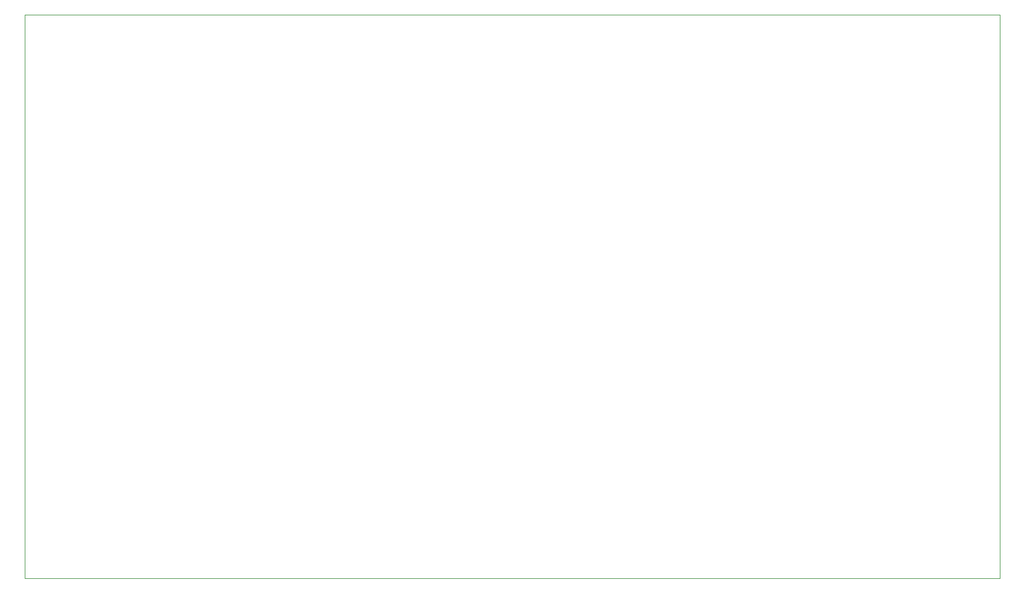
<source format=gm1>
G04 #@! TF.GenerationSoftware,KiCad,Pcbnew,7.0.8-7.0.8~ubuntu22.04.1*
G04 #@! TF.CreationDate,2024-01-26T16:09:12+01:00*
G04 #@! TF.ProjectId,torso,746f7273-6f2e-46b6-9963-61645f706362,1.1*
G04 #@! TF.SameCoordinates,Original*
G04 #@! TF.FileFunction,Profile,NP*
%FSLAX46Y46*%
G04 Gerber Fmt 4.6, Leading zero omitted, Abs format (unit mm)*
G04 Created by KiCad (PCBNEW 7.0.8-7.0.8~ubuntu22.04.1) date 2024-01-26 16:09:12*
%MOMM*%
%LPD*%
G01*
G04 APERTURE LIST*
G04 #@! TA.AperFunction,Profile*
%ADD10C,0.100000*%
G04 #@! TD*
G04 APERTURE END LIST*
D10*
X30000000Y-20000000D02*
X170000000Y-20000000D01*
X170000000Y-101000000D01*
X30000000Y-101000000D01*
X30000000Y-20000000D01*
M02*

</source>
